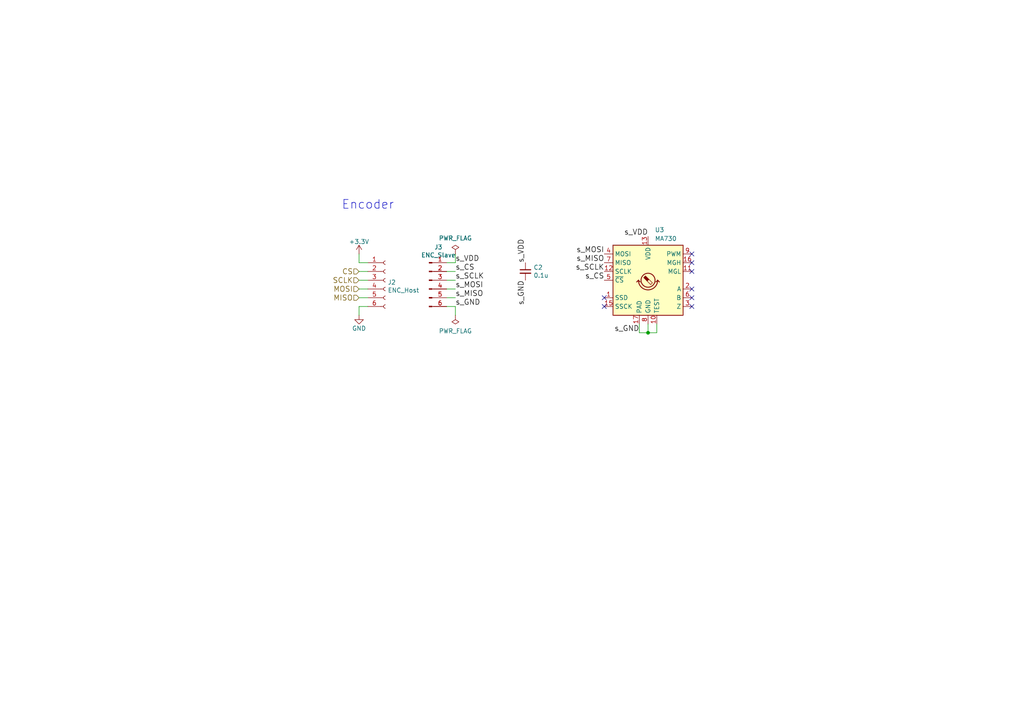
<source format=kicad_sch>
(kicad_sch (version 20230121) (generator eeschema)
  (paper "A4")
  (lib_symbols
    (symbol "Connector:Conn_01x06_Pin" (pin_names (offset 1.016) hide)
      (property "Reference" "J" (at 0 7.62 0))
      (property "Value" "Conn_01x06_Pin" (at 0 -10.16 0))
      (symbol "Conn_01x06_Pin_1_1"
        (polyline (pts (xy 1.27 -7.62) (xy 0.8636 -7.62)) (stroke (width 0.1524)))
        (polyline (pts (xy 1.27 -5.08) (xy 0.8636 -5.08)) (stroke (width 0.1524)))
        (polyline (pts (xy 1.27 -2.54) (xy 0.8636 -2.54)) (stroke (width 0.1524)))
        (polyline (pts (xy 1.27 0) (xy 0.8636 0)) (stroke (width 0.1524)))
        (polyline (pts (xy 1.27 2.54) (xy 0.8636 2.54)) (stroke (width 0.1524)))
        (polyline (pts (xy 1.27 5.08) (xy 0.8636 5.08)) (stroke (width 0.1524)))
        (rectangle (start 0.8636 -7.493) (end 0 -7.747) (stroke (width 0.1524)) (fill (type outline)))
        (rectangle (start 0.8636 -4.953) (end 0 -5.207) (stroke (width 0.1524)) (fill (type outline)))
        (rectangle (start 0.8636 -2.413) (end 0 -2.667) (stroke (width 0.1524)) (fill (type outline)))
        (rectangle (start 0.8636 0.127) (end 0 -0.127) (stroke (width 0.1524)) (fill (type outline)))
        (rectangle (start 0.8636 2.667) (end 0 2.413) (stroke (width 0.1524)) (fill (type outline)))
        (rectangle (start 0.8636 5.207) (end 0 4.953) (stroke (width 0.1524)) (fill (type outline)))
        (pin passive line (at 5.08 5.08 180) (length 3.81) (name "Pin_1") (number "1"))
        (pin passive line (at 5.08 2.54 180) (length 3.81) (name "Pin_2") (number "2"))
        (pin passive line (at 5.08 0 180) (length 3.81) (name "Pin_3") (number "3"))
        (pin passive line (at 5.08 -2.54 180) (length 3.81) (name "Pin_4") (number "4"))
        (pin passive line (at 5.08 -5.08 180) (length 3.81) (name "Pin_5") (number "5"))
        (pin passive line (at 5.08 -7.62 180) (length 3.81) (name "Pin_6") (number "6"))
      )
    )
    (symbol "Connector:Conn_01x06_Socket" (pin_names (offset 1.016) hide)
      (property "Reference" "J" (at 0 7.62 0))
      (property "Value" "Conn_01x06_Socket" (at 0 -10.16 0))
      (symbol "Conn_01x06_Socket_1_1"
        (arc (start 0 -7.112) (mid -0.5058 -7.62) (end 0 -8.128) (stroke (width 0.1524)))
        (arc (start 0 -4.572) (mid -0.5058 -5.08) (end 0 -5.588) (stroke (width 0.1524)))
        (arc (start 0 -2.032) (mid -0.5058 -2.54) (end 0 -3.048) (stroke (width 0.1524)))
        (polyline (pts (xy -1.27 -7.62) (xy -0.508 -7.62)) (stroke (width 0.1524)))
        (polyline (pts (xy -1.27 -5.08) (xy -0.508 -5.08)) (stroke (width 0.1524)))
        (polyline (pts (xy -1.27 -2.54) (xy -0.508 -2.54)) (stroke (width 0.1524)))
        (polyline (pts (xy -1.27 0) (xy -0.508 0)) (stroke (width 0.1524)))
        (polyline (pts (xy -1.27 2.54) (xy -0.508 2.54)) (stroke (width 0.1524)))
        (polyline (pts (xy -1.27 5.08) (xy -0.508 5.08)) (stroke (width 0.1524)))
        (arc (start 0 0.508) (mid -0.5058 0) (end 0 -0.508) (stroke (width 0.1524)))
        (arc (start 0 3.048) (mid -0.5058 2.54) (end 0 2.032) (stroke (width 0.1524)))
        (arc (start 0 5.588) (mid -0.5058 5.08) (end 0 4.572) (stroke (width 0.1524)))
        (pin passive line (at -5.08 5.08 0) (length 3.81) (name "Pin_1") (number "1"))
        (pin passive line (at -5.08 2.54 0) (length 3.81) (name "Pin_2") (number "2"))
        (pin passive line (at -5.08 0 0) (length 3.81) (name "Pin_3") (number "3"))
        (pin passive line (at -5.08 -2.54 0) (length 3.81) (name "Pin_4") (number "4"))
        (pin passive line (at -5.08 -5.08 0) (length 3.81) (name "Pin_5") (number "5"))
        (pin passive line (at -5.08 -7.62 0) (length 3.81) (name "Pin_6") (number "6"))
      )
    )
    (symbol "Device:C_Small" (pin_numbers hide) (pin_names (offset 0.254) hide)
      (property "Reference" "C" (at 0.254 1.778 0))
      (property "Value" "C_Small" (at 0.254 -2.032 0))
      (symbol "C_Small_0_1"
        (polyline (pts (xy -1.524 -0.508) (xy 1.524 -0.508)) (stroke (width 0.3302)))
        (polyline (pts (xy -1.524 0.508) (xy 1.524 0.508)) (stroke (width 0.3048)))
      )
      (symbol "C_Small_1_1"
        (pin passive line (at 0 2.54 270) (length 2.032) (name "~") (number "1"))
        (pin passive line (at 0 -2.54 90) (length 2.032) (name "~") (number "2"))
      )
    )
    (symbol "Sensor_Magnetic:MA730"
      (property "Reference" "U" (at -10.16 11.43 0))
      (property "Value" "MA730" (at 10.16 11.43 0))
      (symbol "MA730_0_1"
        (rectangle (start -10.16 10.16) (end 10.16 -10.16) (stroke (width 0.254)) (fill (type background)))
        (arc (start -2.794 0) (mid 0 -2.7819) (end 2.794 0) (stroke (width 0.254)))
        (polyline (pts (xy -2.794 0) (xy -3.302 -0.508)) (stroke (width 0.254)))
        (polyline (pts (xy -2.794 0) (xy -2.286 -0.508)) (stroke (width 0.254)))
        (polyline (pts (xy 2.794 0) (xy 2.286 -0.508)) (stroke (width 0.254)))
        (polyline (pts (xy 2.794 0) (xy 3.302 -0.508)) (stroke (width 0.254)))
      )
      (symbol "MA730_1_1"
        (polyline (pts (xy 0.254 0.254) (xy 1.27 -0.762) (xy 0.762 -1.27) (xy -0.254 -0.254)))
        (polyline (pts (xy -0.762 1.27) (xy 0.254 0.254) (xy -0.254 -0.254) (xy -1.27 0.762) (xy -1.016 1.016) (xy -0.762 1.27) (xy -0.635 1.143)) (fill (type outline)))
        (circle (center 0 0) (radius 2.032) (stroke (width 0.254)))
        (pin output line (at -12.7 -5.08 0) (length 2.54) (name "SSD") (number "1"))
        (pin passive line (at 2.54 -12.7 90) (length 2.54) (name "TEST") (number "10"))
        (pin output line (at 12.7 2.54 180) (length 2.54) (name "MGL") (number "11"))
        (pin input line (at -12.7 2.54 0) (length 2.54) (name "SCLK") (number "12"))
        (pin power_in line (at 0 12.7 270) (length 2.54) (name "VDD") (number "13"))
        (pin no_connect line (at 5.08 -10.16 90) (length 2.54) hide (name "NC") (number "14"))
        (pin input line (at -12.7 -7.62 0) (length 2.54) (name "SSCK") (number "15"))
        (pin output line (at 12.7 5.08 180) (length 2.54) (name "MGH") (number "16"))
        (pin input line (at -2.54 -12.7 90) (length 2.54) (name "PAD") (number "17"))
        (pin output line (at 12.7 -2.54 180) (length 2.54) (name "A") (number "2"))
        (pin output line (at 12.7 -7.62 180) (length 2.54) (name "Z") (number "3"))
        (pin input line (at -12.7 7.62 0) (length 2.54) (name "MOSI") (number "4"))
        (pin input line (at -12.7 0 0) (length 2.54) (name "~{CS}") (number "5"))
        (pin output line (at 12.7 -5.08 180) (length 2.54) (name "B") (number "6"))
        (pin output line (at -12.7 5.08 0) (length 2.54) (name "MISO") (number "7"))
        (pin power_in line (at 0 -12.7 90) (length 2.54) (name "GND") (number "8"))
        (pin output line (at 12.7 7.62 180) (length 2.54) (name "PWM") (number "9"))
      )
    )
    (symbol "power:+3.3V" (power) (pin_names (offset 0))
      (property "Value" "+3.3V" (at 0 3.556 0))
      (symbol "+3.3V_0_1"
        (polyline (pts (xy -0.762 1.27) (xy 0 2.54)))
        (polyline (pts (xy 0 0) (xy 0 2.54)))
        (polyline (pts (xy 0 2.54) (xy 0.762 1.27)))
      )
      (symbol "+3.3V_1_1"
        (pin power_in line (at 0 0 90) (length 0) hide (name "+3.3V") (number "1"))
      )
    )
    (symbol "power:GND" (power) (pin_names (offset 0))
      (property "Value" "GND" (at 0 -3.81 0))
      (symbol "GND_0_1"
        (polyline (pts (xy 0 0) (xy 0 -1.27) (xy 1.27 -1.27) (xy 0 -2.54) (xy -1.27 -1.27) (xy 0 -1.27)))
      )
      (symbol "GND_1_1"
        (pin power_in line (at 0 0 270) (length 0) hide (name "GND") (number "1"))
      )
    )
    (symbol "power:PWR_FLAG" (power) (pin_numbers hide) (pin_names (offset 0) hide)
      (property "Value" "PWR_FLAG" (at 0 3.81 0))
      (symbol "PWR_FLAG_0_0"
        (pin power_out line (at 0 0 90) (length 0) (name "pwr") (number "1"))
      )
      (symbol "PWR_FLAG_0_1"
        (polyline (pts (xy 0 0) (xy 0 1.27) (xy -1.016 1.905) (xy 0 2.54) (xy 1.016 1.905) (xy 0 1.27)))
      )
    )
  )
  (junction (at 187.96 96.52))
  (no_connect (at 200.66 78.74))
  (no_connect (at 200.66 83.82))
  (no_connect (at 175.26 88.9))
  (no_connect (at 200.66 73.66))
  (no_connect (at 200.66 86.36))
  (no_connect (at 175.26 86.36))
  (no_connect (at 200.66 76.2))
  (no_connect (at 200.66 88.9))
  (wire (pts (xy 132.08 81.28) (xy 129.54 81.28)))
  (wire (pts (xy 104.14 91.44) (xy 104.14 88.9)))
  (wire (pts (xy 104.14 86.36) (xy 106.68 86.36)))
  (wire (pts (xy 132.08 73.66) (xy 132.08 76.2)))
  (wire (pts (xy 106.68 76.2) (xy 104.14 76.2)))
  (wire (pts (xy 132.08 86.36) (xy 129.54 86.36)))
  (wire (pts (xy 190.5 96.52) (xy 190.5 93.98)))
  (wire (pts (xy 185.42 96.52) (xy 187.96 96.52)))
  (wire (pts (xy 104.14 81.28) (xy 106.68 81.28)))
  (wire (pts (xy 132.08 76.2) (xy 129.54 76.2)))
  (wire (pts (xy 129.54 78.74) (xy 132.08 78.74)))
  (wire (pts (xy 187.96 96.52) (xy 190.5 96.52)))
  (wire (pts (xy 187.96 93.98) (xy 187.96 96.52)))
  (wire (pts (xy 104.14 88.9) (xy 106.68 88.9)))
  (wire (pts (xy 132.08 91.44) (xy 132.08 88.9)))
  (wire (pts (xy 104.14 76.2) (xy 104.14 73.66)))
  (wire (pts (xy 106.68 78.74) (xy 104.14 78.74)))
  (wire (pts (xy 132.08 83.82) (xy 129.54 83.82)))
  (wire (pts (xy 106.68 83.82) (xy 104.14 83.82)))
  (wire (pts (xy 132.08 88.9) (xy 129.54 88.9)))
  (wire (pts (xy 185.42 93.98) (xy 185.42 96.52)))
  (text "Encoder" (at 99.06 60.96 0) (effects (font (size 2.54 2.54)) (justify left bottom)))
  (label "s_CS" (at 132.08 78.74 0) (effects (font (size 1.524 1.524))))
  (label "s_GND" (at 132.08 88.9 0) (effects (font (size 1.524 1.524))))
  (label "s_CS" (at 175.26 81.28 180) (effects (font (size 1.524 1.524))))
  (label "s_SCLK" (at 132.08 81.28 0) (effects (font (size 1.524 1.524))))
  (label "s_VDD" (at 132.08 76.2 0) (effects (font (size 1.524 1.524))))
  (label "s_MISO" (at 132.08 86.36 0) (effects (font (size 1.524 1.524))))
  (label "s_GND" (at 152.4 81.28 270) (effects (font (size 1.524 1.524))))
  (label "s_VDD" (at 152.4 76.2 90) (effects (font (size 1.524 1.524))))
  (label "s_VDD" (at 187.96 68.58 180) (effects (font (size 1.524 1.524))))
  (label "s_SCLK" (at 175.26 78.74 180) (effects (font (size 1.524 1.524))))
  (label "s_MOSI" (at 132.08 83.82 0) (effects (font (size 1.524 1.524))))
  (label "s_MISO" (at 175.26 76.2 180) (effects (font (size 1.524 1.524))))
  (label "s_MOSI" (at 175.26 73.66 180) (effects (font (size 1.524 1.524))))
  (label "s_GND" (at 185.42 96.52 180) (effects (font (size 1.524 1.524))))
  (hierarchical_label "MOSI" (shape input) (at 104.14 83.82 180) (effects (font (size 1.524 1.524))))
  (hierarchical_label "MISO" (shape input) (at 104.14 86.36 180) (effects (font (size 1.524 1.524))))
  (hierarchical_label "CS" (shape input) (at 104.14 78.74 180) (effects (font (size 1.524 1.524))))
  (hierarchical_label "SCLK" (shape input) (at 104.14 81.28 180) (effects (font (size 1.524 1.524))))
  (symbol (lib_id "power:+3.3V") (at 104.14 73.66 0) (unit 1)
    (property "Reference" "#PWR08" (effects hide))
    (property "Value" "+3.3V" (at 104.14 70.104 0))
    (instances (project "KERISE" (path "" (reference "#PWR08") (unit 1)) (path "" (reference "#PWR010") (unit 1))))
  )
  (symbol (lib_id "power:GND") (at 104.14 91.44 0) (unit 1)
    (property "Reference" "#PWR09" (effects hide))
    (property "Value" "GND" (at 104.14 95.25 0))
    (instances (project "KERISE" (path "" (reference "#PWR09") (unit 1)) (path "" (reference "#PWR011") (unit 1))))
  )
  (symbol (lib_id "power:PWR_FLAG") (at 132.08 73.66 0) (unit 1)
    (property "Reference" "#FLG01" (effects hide))
    (property "Value" "PWR_FLAG" (at 132.08 69.088 0))
    (instances (project "KERISE" (path "" (reference "#FLG01") (unit 1)) (path "" (reference "#FLG03") (unit 1))))
  )
  (symbol (lib_id "power:PWR_FLAG") (at 132.08 91.44 180) (unit 1)
    (property "Reference" "#FLG02" (effects hide))
    (property "Value" "PWR_FLAG" (at 132.08 96.012 0))
    (instances (project "KERISE" (path "" (reference "#FLG02") (unit 1)) (path "" (reference "#FLG04") (unit 1))))
  )
  (symbol (lib_id "Connector:Conn_01x06_Socket") (at 111.76 81.28 0) (unit 1)
    (property "Reference" "J2" (at 112.4458 81.8896 0) (effects (justify left)))
    (property "Value" "ENC_Host" (at 112.4458 84.201 0) (effects (justify left)))
    (property "Footprint" "mouse:STAND_HOST_06" (effects hide))
    (instances (project "KERISE" (path "" (reference "J2") (unit 1)) (path "" (reference "J4") (unit 1))))
  )
  (symbol (lib_id "Connector:Conn_01x06_Pin") (at 124.46 81.28 0) (unit 1)
    (property "Reference" "J3" (at 127.1524 71.6788 0))
    (property "Value" "ENC_Slave" (at 127.1524 73.9902 0))
    (property "Footprint" "mouse:STAND_SLAVE_06" (effects hide))
    (instances (project "KERISE" (path "" (reference "J3") (unit 1)) (path "" (reference "J5") (unit 1))))
  )
  (symbol (lib_id "Device:C_Small") (at 152.4 78.74 0) (unit 1)
    (property "Reference" "C2" (at 154.7368 77.5716 0) (effects (justify left)))
    (property "Value" "0.1u" (at 154.7368 79.883 0) (effects (justify left)))
    (property "Footprint" "Capacitor_SMD:C_0201_0603Metric" (effects hide))
    (instances (project "KERISE" (path "" (reference "C2") (unit 1)) (path "" (reference "C3") (unit 1))))
  )
  (symbol (lib_id "Sensor_Magnetic:MA730") (at 187.96 81.28 0) (unit 1)
    (property "Reference" "U3" (at 189.9159 66.675 0) (effects (justify left)))
    (property "Value" "MA730" (at 189.9159 69.215 0) (effects (justify left)))
    (property "Footprint" "mouse:MA730" (effects hide))
    (property "Datasheet" "https://www.monolithicpower.com/pub/media/document/m/a/ma730_r1.01.pdf" (effects hide))
    (instances (project "KERISE" (path "" (reference "U3") (unit 1)) (path "" (reference "U2") (unit 1))))
  )
)
</source>
